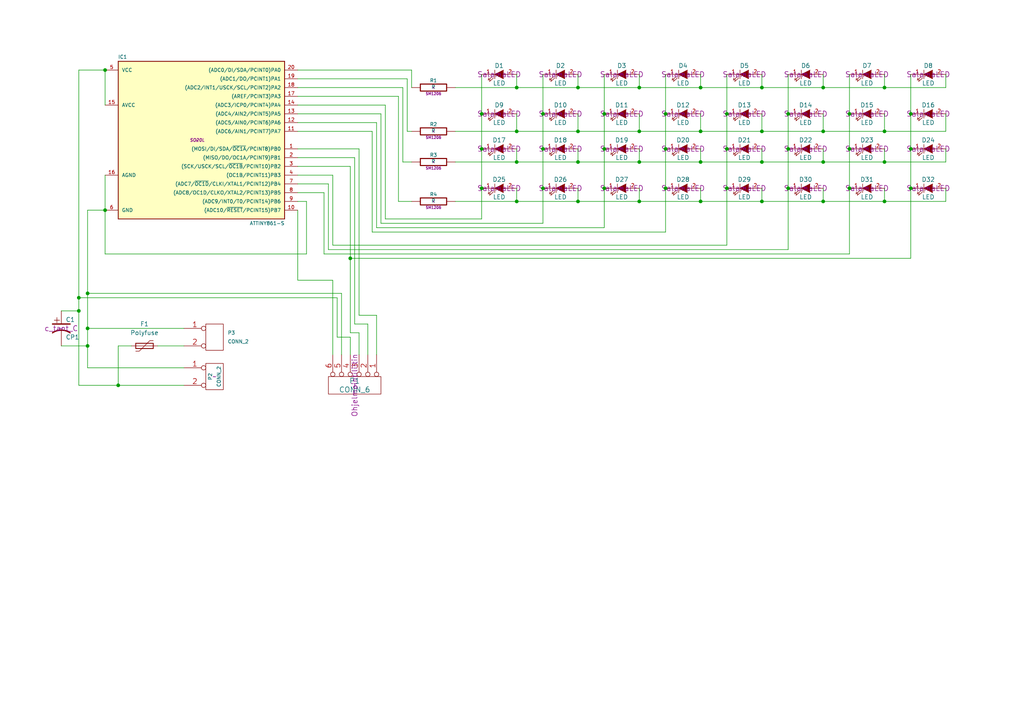
<source format=kicad_sch>
(kicad_sch (version 20250114) (generator "eeschema") (generator_version "9.0")
  (paper "A4")
  (title_block (date "5 oct 2015"))
  (lib_symbols
    (symbol "ATTINY861-S_1" (pin_names (offset 1.016))
      (property "Reference" "IC" (at -21.59 24.13 0))
      (property "Value" "ATTINY861-S" (at 20.32 -24.13 0))
      (property "Footprint" "SO20" (at 0 0 0))
      (symbol "ATTINY861-S_1_1_1"
        (pin power_out line (at -26.67 20.32 0) (length 3.81) (name "VCC") (number "5"))
        (pin power_in line (at -26.67 10.16 0) (length 3.81) (name "AVCC") (number "15"))
        (pin power_out line (at -26.67 -10.16 0) (length 3.81) (name "AGND") (number "16"))
        (pin power_in line (at -26.67 -20.32 0) (length 3.81) (name "GND") (number "6"))
        (pin bidirectional line (at 29.21 20.32 180) (length 3.81) (name "(ADC0/DI/SDA/PCINT0)PA0") (number "20"))
        (pin bidirectional line (at 29.21 17.78 180) (length 3.81) (name "(ADC1/DO/PCINT1)PA1") (number "19"))
        (pin bidirectional line (at 29.21 15.24 180) (length 3.81) (name "(ADC2/INT1/USCK/SCL/PCINT2)PA2") (number "18"))
        (pin bidirectional line (at 29.21 12.7 180) (length 3.81) (name "(AREF/PCINT3)PA3") (number "17"))
        (pin bidirectional line (at 29.21 10.16 180) (length 3.81) (name "(ADC3/ICP0/PCINT4)PA4") (number "14"))
        (pin bidirectional line (at 29.21 7.62 180) (length 3.81) (name "(ADC4/AIN2/PCINT5)PA5") (number "13"))
        (pin bidirectional line (at 29.21 5.08 180) (length 3.81) (name "(ADC5/AIN0/PCINT6)PA6") (number "12"))
        (pin bidirectional line (at 29.21 2.54 180) (length 3.81) (name "(ADC6/AIN1/PCINT7)PA7") (number "11"))
        (pin bidirectional line (at 29.21 -2.54 180) (length 3.81) (name "(MOSI/DI/SDA/~{OC1A}/PCINT8)PB0") (number "1"))
        (pin bidirectional line (at 29.21 -5.08 180) (length 3.81) (name "(MISO/DO/OC1A/PCINT9)PB1") (number "2"))
        (pin bidirectional line (at 29.21 -7.62 180) (length 3.81) (name "(SCK/USCK/SCL/~{OC1B}/PCINT10)PB2") (number "3"))
        (pin bidirectional line (at 29.21 -10.16 180) (length 3.81) (name "(OC1B/PCINT11)PB3") (number "4"))
        (pin bidirectional line (at 29.21 -12.7 180) (length 3.81) (name "(ADC7/~{OC1D}/CLKI/XTAL1/PCINT12)PB4") (number "7"))
        (pin bidirectional line (at 29.21 -15.24 180) (length 3.81) (name "(ADC8/OC1D/CLKO/XTAL2/PCINT13)PB5") (number "8"))
        (pin bidirectional line (at 29.21 -17.78 180) (length 3.81) (name "(ADC9/INT0/T0/PCINT14)PB6") (number "9"))
        (pin bidirectional line (at 29.21 -20.32 180) (length 3.81) (name "(ADC10/~{RESET}/PCINT15)PB7") (number "10"))
      )
    )
    (symbol "ATTINY861-S_2" (pin_names (offset 1.016))
      (property "Reference" "IC" (at -21.59 24.13 0))
      (property "Value" "ATTINY861-S" (at 20.32 -24.13 0))
      (property "Footprint" "SO20" (at 0 0 0))
      (symbol "ATTINY861-S_2_1_1"
        (pin power_out line (at -26.67 20.32 0) (length 3.81) (name "VCC") (number "5"))
        (pin power_in line (at -26.67 10.16 0) (length 3.81) (name "AVCC") (number "15"))
        (pin power_out line (at -26.67 -10.16 0) (length 3.81) (name "AGND") (number "16"))
        (pin power_in line (at -26.67 -20.32 0) (length 3.81) (name "GND") (number "6"))
        (pin bidirectional line (at 29.21 20.32 180) (length 3.81) (name "(ADC0/DI/SDA/PCINT0)PA0") (number "20"))
        (pin bidirectional line (at 29.21 17.78 180) (length 3.81) (name "(ADC1/DO/PCINT1)PA1") (number "19"))
        (pin bidirectional line (at 29.21 15.24 180) (length 3.81) (name "(ADC2/INT1/USCK/SCL/PCINT2)PA2") (number "18"))
        (pin bidirectional line (at 29.21 12.7 180) (length 3.81) (name "(AREF/PCINT3)PA3") (number "17"))
        (pin bidirectional line (at 29.21 10.16 180) (length 3.81) (name "(ADC3/ICP0/PCINT4)PA4") (number "14"))
        (pin bidirectional line (at 29.21 7.62 180) (length 3.81) (name "(ADC4/AIN2/PCINT5)PA5") (number "13"))
        (pin bidirectional line (at 29.21 5.08 180) (length 3.81) (name "(ADC5/AIN0/PCINT6)PA6") (number "12"))
        (pin bidirectional line (at 29.21 2.54 180) (length 3.81) (name "(ADC6/AIN1/PCINT7)PA7") (number "11"))
        (pin bidirectional line (at 29.21 -2.54 180) (length 3.81) (name "(MOSI/DI/SDA/~{OC1A}/PCINT8)PB0") (number "1"))
        (pin bidirectional line (at 29.21 -5.08 180) (length 3.81) (name "(MISO/DO/OC1A/PCINT9)PB1") (number "2"))
        (pin bidirectional line (at 29.21 -7.62 180) (length 3.81) (name "(SCK/USCK/SCL/~{OC1B}/PCINT10)PB2") (number "3"))
        (pin bidirectional line (at 29.21 -10.16 180) (length 3.81) (name "(OC1B/PCINT11)PB3") (number "4"))
        (pin bidirectional line (at 29.21 -12.7 180) (length 3.81) (name "(ADC7/~{OC1D}/CLKI/XTAL1/PCINT12)PB4") (number "7"))
        (pin bidirectional line (at 29.21 -15.24 180) (length 3.81) (name "(ADC8/OC1D/CLKO/XTAL2/PCINT13)PB5") (number "8"))
        (pin bidirectional line (at 29.21 -17.78 180) (length 3.81) (name "(ADC9/INT0/T0/PCINT14)PB6") (number "9"))
        (pin bidirectional line (at 29.21 -20.32 180) (length 3.81) (name "(ADC10/~{RESET}/PCINT15)PB7") (number "10"))
      )
    )
    (symbol "C-RESCUE-possu2_1" (pin_numbers (hide yes)) (pin_names (offset 0.254))
      (property "Reference" "C" (at 0 2.54 0))
      (property "Value" "C-RESCUE-possu2" (at 0.1524 -2.159 0))
      (symbol "C-RESCUE-possu2_1_1_1"
        (pin passive line (at 0 5.08 270) (length 4.318) (name "~") (number "1"))
        (pin passive line (at 0 -5.08 90) (length 4.318) (name "~") (number "2"))
      )
    )
    (symbol "C-RESCUE-possu2_2" (pin_numbers (hide yes)) (pin_names (offset 0.254))
      (property "Reference" "C" (at 0 2.54 0))
      (property "Value" "C-RESCUE-possu2" (at 0.1524 -2.159 0))
      (symbol "C-RESCUE-possu2_2_1_1"
        (pin passive line (at 0 5.08 270) (length 4.318) (name "~") (number "1"))
        (pin passive line (at 0 -5.08 90) (length 4.318) (name "~") (number "2"))
      )
    )
    (symbol "CONN_2_1" (pin_names (offset 1.016) (hide yes))
      (property "Reference" "P" (at -1.27 0 90))
      (property "Value" "CONN_2" (at 1.27 0 90))
      (symbol "CONN_2_1_1_1"
        (pin power_out inverted (at -8.89 2.54 0) (length 6.35) (name "P1") (number "1"))
        (pin power_out inverted (at -8.89 -2.54 0) (length 6.35) (name "PM") (number "2"))
      )
    )
    (symbol "CONN_2_2" (pin_names (offset 1.016) (hide yes))
      (property "Reference" "P" (at -1.27 0 90))
      (property "Value" "CONN_2" (at 1.27 0 90))
      (symbol "CONN_2_2_1_1"
        (pin power_out inverted (at -8.89 2.54 0) (length 6.35) (name "P1") (number "1"))
        (pin power_out inverted (at -8.89 -2.54 0) (length 6.35) (name "PM") (number "2"))
      )
    )
    (symbol "CONN_6_1" (pin_names (offset 0.762) (hide yes))
      (property "Reference" "P" (at -1.27 0 90))
      (property "Value" "CONN_6" (at 1.27 0 90))
      (symbol "CONN_6_1_1_1"
        (pin passive inverted (at -8.89 6.35 0) (length 6.35) (name "1") (number "1"))
        (pin passive inverted (at -8.89 3.81 0) (length 6.35) (name "2") (number "2"))
        (pin passive inverted (at -8.89 1.27 0) (length 6.35) (name "3") (number "3"))
        (pin passive inverted (at -8.89 -1.27 0) (length 6.35) (name "4") (number "4"))
        (pin passive inverted (at -8.89 -3.81 0) (length 6.35) (name "5") (number "5"))
        (pin passive inverted (at -8.89 -6.35 0) (length 6.35) (name "6") (number "6"))
      )
    )
    (symbol "CONN_6_2" (pin_names (offset 0.762) (hide yes))
      (property "Reference" "P" (at -1.27 0 90))
      (property "Value" "CONN_6" (at 1.27 0 90))
      (symbol "CONN_6_2_1_1"
        (pin passive inverted (at -8.89 6.35 0) (length 6.35) (name "1") (number "1"))
        (pin passive inverted (at -8.89 3.81 0) (length 6.35) (name "2") (number "2"))
        (pin passive inverted (at -8.89 1.27 0) (length 6.35) (name "3") (number "3"))
        (pin passive inverted (at -8.89 -1.27 0) (length 6.35) (name "4") (number "4"))
        (pin passive inverted (at -8.89 -3.81 0) (length 6.35) (name "5") (number "5"))
        (pin passive inverted (at -8.89 -6.35 0) (length 6.35) (name "6") (number "6"))
      )
    )
    (symbol "CP1-RESCUE-possu2_1" (pin_numbers (hide yes)) (pin_names (offset 0.254) (hide yes))
      (property "Reference" "C" (at 1.27 2.54 0))
      (property "Value" "CP1-RESCUE-possu2" (at 1.27 -2.54 0))
      (symbol "CP1-RESCUE-possu2_1_0_0"
        (text "+" (at -1.27 2.54 0) (effects (font (size 2.032 2.032))))
      )
      (symbol "CP1-RESCUE-possu2_1_1_1"
        (pin passive line (at 0 5.08 270) (length 3.81) (name "~") (number "1"))
        (pin passive line (at 0 -5.08 90) (length 4.572) (name "~") (number "2"))
      )
    )
    (symbol "CP1-RESCUE-possu2_2" (pin_numbers (hide yes)) (pin_names (offset 0.254) (hide yes))
      (property "Reference" "C" (at 1.27 2.54 0))
      (property "Value" "CP1-RESCUE-possu2" (at 1.27 -2.54 0))
      (symbol "CP1-RESCUE-possu2_2_0_0"
        (text "+" (at -1.27 2.54 0) (effects (font (size 2.032 2.032))))
      )
      (symbol "CP1-RESCUE-possu2_2_1_1"
        (pin passive line (at 0 5.08 270) (length 3.81) (name "~") (number "1"))
        (pin passive line (at 0 -5.08 90) (length 4.572) (name "~") (number "2"))
      )
    )
    (symbol "CP1-RESCUE-possu2_3" (pin_numbers (hide yes)) (pin_names (offset 0.254) (hide yes))
      (property "Reference" "C" (at 1.27 2.54 0))
      (property "Value" "CP1-RESCUE-possu2" (at 1.27 -2.54 0))
      (symbol "CP1-RESCUE-possu2_3_0_0"
        (text "+" (at -1.27 2.54 0) (effects (font (size 2.032 2.032))))
      )
      (symbol "CP1-RESCUE-possu2_3_1_1"
        (pin passive line (at 0 5.08 270) (length 3.81) (name "~") (number "1"))
        (pin passive line (at 0 -5.08 90) (length 4.572) (name "~") (number "2"))
      )
    )
    (symbol "Device:Polyfuse" (pin_numbers (hide yes)) (pin_names (offset 0))
      (property "Reference" "F" (at -2.54 0 90))
      (property "Value" "Polyfuse" (at 2.54 0 90))
      (symbol "Polyfuse_1_1"
        (pin passive line (at 0 3.81 270) (length 1.27) (name "~") (number "1"))
        (pin passive line (at 0 -3.81 90) (length 1.27) (name "~") (number "2"))
      )
    )
    (symbol "LED_1" (pin_names (offset 1.016) (hide yes))
      (property "Reference" "D" (at 0 2.54 0))
      (property "Value" "LED" (at 0 -2.54 0))
      (symbol "LED_1_1_1"
        (pin passive line (at -5.08 0 0) (length 3.81) (name "K") (number "1"))
        (pin passive line (at 5.08 0 180) (length 3.81) (name "A") (number "2"))
      )
    )
    (symbol "LED_10" (pin_names (offset 1.016) (hide yes))
      (property "Reference" "D" (at 0 2.54 0))
      (property "Value" "LED" (at 0 -2.54 0))
      (symbol "LED_10_1_1"
        (pin passive line (at -5.08 0 0) (length 3.81) (name "K") (number "1"))
        (pin passive line (at 5.08 0 180) (length 3.81) (name "A") (number "2"))
      )
    )
    (symbol "LED_11" (pin_names (offset 1.016) (hide yes))
      (property "Reference" "D" (at 0 2.54 0))
      (property "Value" "LED" (at 0 -2.54 0))
      (symbol "LED_11_1_1"
        (pin passive line (at -5.08 0 0) (length 3.81) (name "K") (number "1"))
        (pin passive line (at 5.08 0 180) (length 3.81) (name "A") (number "2"))
      )
    )
    (symbol "LED_12" (pin_names (offset 1.016) (hide yes))
      (property "Reference" "D" (at 0 2.54 0))
      (property "Value" "LED" (at 0 -2.54 0))
      (symbol "LED_12_1_1"
        (pin passive line (at -5.08 0 0) (length 3.81) (name "K") (number "1"))
        (pin passive line (at 5.08 0 180) (length 3.81) (name "A") (number "2"))
      )
    )
    (symbol "LED_13" (pin_names (offset 1.016) (hide yes))
      (property "Reference" "D" (at 0 2.54 0))
      (property "Value" "LED" (at 0 -2.54 0))
      (symbol "LED_13_1_1"
        (pin passive line (at -5.08 0 0) (length 3.81) (name "K") (number "1"))
        (pin passive line (at 5.08 0 180) (length 3.81) (name "A") (number "2"))
      )
    )
    (symbol "LED_14" (pin_names (offset 1.016) (hide yes))
      (property "Reference" "D" (at 0 2.54 0))
      (property "Value" "LED" (at 0 -2.54 0))
      (symbol "LED_14_1_1"
        (pin passive line (at -5.08 0 0) (length 3.81) (name "K") (number "1"))
        (pin passive line (at 5.08 0 180) (length 3.81) (name "A") (number "2"))
      )
    )
    (symbol "LED_15" (pin_names (offset 1.016) (hide yes))
      (property "Reference" "D" (at 0 2.54 0))
      (property "Value" "LED" (at 0 -2.54 0))
      (symbol "LED_15_1_1"
        (pin passive line (at -5.08 0 0) (length 3.81) (name "K") (number "1"))
        (pin passive line (at 5.08 0 180) (length 3.81) (name "A") (number "2"))
      )
    )
    (symbol "LED_16" (pin_names (offset 1.016) (hide yes))
      (property "Reference" "D" (at 0 2.54 0))
      (property "Value" "LED" (at 0 -2.54 0))
      (symbol "LED_16_1_1"
        (pin passive line (at -5.08 0 0) (length 3.81) (name "K") (number "1"))
        (pin passive line (at 5.08 0 180) (length 3.81) (name "A") (number "2"))
      )
    )
    (symbol "LED_17" (pin_names (offset 1.016) (hide yes))
      (property "Reference" "D" (at 0 2.54 0))
      (property "Value" "LED" (at 0 -2.54 0))
      (symbol "LED_17_1_1"
        (pin passive line (at -5.08 0 0) (length 3.81) (name "K") (number "1"))
        (pin passive line (at 5.08 0 180) (length 3.81) (name "A") (number "2"))
      )
    )
    (symbol "LED_18" (pin_names (offset 1.016) (hide yes))
      (property "Reference" "D" (at 0 2.54 0))
      (property "Value" "LED" (at 0 -2.54 0))
      (symbol "LED_18_1_1"
        (pin passive line (at -5.08 0 0) (length 3.81) (name "K") (number "1"))
        (pin passive line (at 5.08 0 180) (length 3.81) (name "A") (number "2"))
      )
    )
    (symbol "LED_19" (pin_names (offset 1.016) (hide yes))
      (property "Reference" "D" (at 0 2.54 0))
      (property "Value" "LED" (at 0 -2.54 0))
      (symbol "LED_19_1_1"
        (pin passive line (at -5.08 0 0) (length 3.81) (name "K") (number "1"))
        (pin passive line (at 5.08 0 180) (length 3.81) (name "A") (number "2"))
      )
    )
    (symbol "LED_2" (pin_names (offset 1.016) (hide yes))
      (property "Reference" "D" (at 0 2.54 0))
      (property "Value" "LED" (at 0 -2.54 0))
      (symbol "LED_2_1_1"
        (pin passive line (at -5.08 0 0) (length 3.81) (name "K") (number "1"))
        (pin passive line (at 5.08 0 180) (length 3.81) (name "A") (number "2"))
      )
    )
    (symbol "LED_20" (pin_names (offset 1.016) (hide yes))
      (property "Reference" "D" (at 0 2.54 0))
      (property "Value" "LED" (at 0 -2.54 0))
      (symbol "LED_20_1_1"
        (pin passive line (at -5.08 0 0) (length 3.81) (name "K") (number "1"))
        (pin passive line (at 5.08 0 180) (length 3.81) (name "A") (number "2"))
      )
    )
    (symbol "LED_21" (pin_names (offset 1.016) (hide yes))
      (property "Reference" "D" (at 0 2.54 0))
      (property "Value" "LED" (at 0 -2.54 0))
      (symbol "LED_21_1_1"
        (pin passive line (at -5.08 0 0) (length 3.81) (name "K") (number "1"))
        (pin passive line (at 5.08 0 180) (length 3.81) (name "A") (number "2"))
      )
    )
    (symbol "LED_22" (pin_names (offset 1.016) (hide yes))
      (property "Reference" "D" (at 0 2.54 0))
      (property "Value" "LED" (at 0 -2.54 0))
      (symbol "LED_22_1_1"
        (pin passive line (at -5.08 0 0) (length 3.81) (name "K") (number "1"))
        (pin passive line (at 5.08 0 180) (length 3.81) (name "A") (number "2"))
      )
    )
    (symbol "LED_23" (pin_names (offset 1.016) (hide yes))
      (property "Reference" "D" (at 0 2.54 0))
      (property "Value" "LED" (at 0 -2.54 0))
      (symbol "LED_23_1_1"
        (pin passive line (at -5.08 0 0) (length 3.81) (name "K") (number "1"))
        (pin passive line (at 5.08 0 180) (length 3.81) (name "A") (number "2"))
      )
    )
    (symbol "LED_24" (pin_names (offset 1.016) (hide yes))
      (property "Reference" "D" (at 0 2.54 0))
      (property "Value" "LED" (at 0 -2.54 0))
      (symbol "LED_24_1_1"
        (pin passive line (at -5.08 0 0) (length 3.81) (name "K") (number "1"))
        (pin passive line (at 5.08 0 180) (length 3.81) (name "A") (number "2"))
      )
    )
    (symbol "LED_25" (pin_names (offset 1.016) (hide yes))
      (property "Reference" "D" (at 0 2.54 0))
      (property "Value" "LED" (at 0 -2.54 0))
      (symbol "LED_25_1_1"
        (pin passive line (at -5.08 0 0) (length 3.81) (name "K") (number "1"))
        (pin passive line (at 5.08 0 180) (length 3.81) (name "A") (number "2"))
      )
    )
    (symbol "LED_26" (pin_names (offset 1.016) (hide yes))
      (property "Reference" "D" (at 0 2.54 0))
      (property "Value" "LED" (at 0 -2.54 0))
      (symbol "LED_26_1_1"
        (pin passive line (at -5.08 0 0) (length 3.81) (name "K") (number "1"))
        (pin passive line (at 5.08 0 180) (length 3.81) (name "A") (number "2"))
      )
    )
    (symbol "LED_27" (pin_names (offset 1.016) (hide yes))
      (property "Reference" "D" (at 0 2.54 0))
      (property "Value" "LED" (at 0 -2.54 0))
      (symbol "LED_27_1_1"
        (pin passive line (at -5.08 0 0) (length 3.81) (name "K") (number "1"))
        (pin passive line (at 5.08 0 180) (length 3.81) (name "A") (number "2"))
      )
    )
    (symbol "LED_28" (pin_names (offset 1.016) (hide yes))
      (property "Reference" "D" (at 0 2.54 0))
      (property "Value" "LED" (at 0 -2.54 0))
      (symbol "LED_28_1_1"
        (pin passive line (at -5.08 0 0) (length 3.81) (name "K") (number "1"))
        (pin passive line (at 5.08 0 180) (length 3.81) (name "A") (number "2"))
      )
    )
    (symbol "LED_29" (pin_names (offset 1.016) (hide yes))
      (property "Reference" "D" (at 0 2.54 0))
      (property "Value" "LED" (at 0 -2.54 0))
      (symbol "LED_29_1_1"
        (pin passive line (at -5.08 0 0) (length 3.81) (name "K") (number "1"))
        (pin passive line (at 5.08 0 180) (length 3.81) (name "A") (number "2"))
      )
    )
    (symbol "LED_3" (pin_names (offset 1.016) (hide yes))
      (property "Reference" "D" (at 0 2.54 0))
      (property "Value" "LED" (at 0 -2.54 0))
      (symbol "LED_3_1_1"
        (pin passive line (at -5.08 0 0) (length 3.81) (name "K") (number "1"))
        (pin passive line (at 5.08 0 180) (length 3.81) (name "A") (number "2"))
      )
    )
    (symbol "LED_30" (pin_names (offset 1.016) (hide yes))
      (property "Reference" "D" (at 0 2.54 0))
      (property "Value" "LED" (at 0 -2.54 0))
      (symbol "LED_30_1_1"
        (pin passive line (at -5.08 0 0) (length 3.81) (name "K") (number "1"))
        (pin passive line (at 5.08 0 180) (length 3.81) (name "A") (number "2"))
      )
    )
    (symbol "LED_31" (pin_names (offset 1.016) (hide yes))
      (property "Reference" "D" (at 0 2.54 0))
      (property "Value" "LED" (at 0 -2.54 0))
      (symbol "LED_31_1_1"
        (pin passive line (at -5.08 0 0) (length 3.81) (name "K") (number "1"))
        (pin passive line (at 5.08 0 180) (length 3.81) (name "A") (number "2"))
      )
    )
    (symbol "LED_32" (pin_names (offset 1.016) (hide yes))
      (property "Reference" "D" (at 0 2.54 0))
      (property "Value" "LED" (at 0 -2.54 0))
      (symbol "LED_32_1_1"
        (pin passive line (at -5.08 0 0) (length 3.81) (name "K") (number "1"))
        (pin passive line (at 5.08 0 180) (length 3.81) (name "A") (number "2"))
      )
    )
    (symbol "LED_33" (pin_names (offset 1.016) (hide yes))
      (property "Reference" "D" (at 0 2.54 0))
      (property "Value" "LED" (at 0 -2.54 0))
      (symbol "LED_33_1_1"
        (pin passive line (at -5.08 0 0) (length 3.81) (name "K") (number "1"))
        (pin passive line (at 5.08 0 180) (length 3.81) (name "A") (number "2"))
      )
    )
    (symbol "LED_34" (pin_names (offset 1.016) (hide yes))
      (property "Reference" "D" (at 0 2.54 0))
      (property "Value" "LED" (at 0 -2.54 0))
      (symbol "LED_34_1_1"
        (pin passive line (at -5.08 0 0) (length 3.81) (name "K") (number "1"))
        (pin passive line (at 5.08 0 180) (length 3.81) (name "A") (number "2"))
      )
    )
    (symbol "LED_35" (pin_names (offset 1.016) (hide yes))
      (property "Reference" "D" (at 0 2.54 0))
      (property "Value" "LED" (at 0 -2.54 0))
      (symbol "LED_35_1_1"
        (pin passive line (at -5.08 0 0) (length 3.81) (name "K") (number "1"))
        (pin passive line (at 5.08 0 180) (length 3.81) (name "A") (number "2"))
      )
    )
    (symbol "LED_36" (pin_names (offset 1.016) (hide yes))
      (property "Reference" "D" (at 0 2.54 0))
      (property "Value" "LED" (at 0 -2.54 0))
      (symbol "LED_36_1_1"
        (pin passive line (at -5.08 0 0) (length 3.81) (name "K") (number "1"))
        (pin passive line (at 5.08 0 180) (length 3.81) (name "A") (number "2"))
      )
    )
    (symbol "LED_37" (pin_names (offset 1.016) (hide yes))
      (property "Reference" "D" (at 0 2.54 0))
      (property "Value" "LED" (at 0 -2.54 0))
      (symbol "LED_37_1_1"
        (pin passive line (at -5.08 0 0) (length 3.81) (name "K") (number "1"))
        (pin passive line (at 5.08 0 180) (length 3.81) (name "A") (number "2"))
      )
    )
    (symbol "LED_38" (pin_names (offset 1.016) (hide yes))
      (property "Reference" "D" (at 0 2.54 0))
      (property "Value" "LED" (at 0 -2.54 0))
      (symbol "LED_38_1_1"
        (pin passive line (at -5.08 0 0) (length 3.81) (name "K") (number "1"))
        (pin passive line (at 5.08 0 180) (length 3.81) (name "A") (number "2"))
      )
    )
    (symbol "LED_39" (pin_names (offset 1.016) (hide yes))
      (property "Reference" "D" (at 0 2.54 0))
      (property "Value" "LED" (at 0 -2.54 0))
      (symbol "LED_39_1_1"
        (pin passive line (at -5.08 0 0) (length 3.81) (name "K") (number "1"))
        (pin passive line (at 5.08 0 180) (length 3.81) (name "A") (number "2"))
      )
    )
    (symbol "LED_4" (pin_names (offset 1.016) (hide yes))
      (property "Reference" "D" (at 0 2.54 0))
      (property "Value" "LED" (at 0 -2.54 0))
      (symbol "LED_4_1_1"
        (pin passive line (at -5.08 0 0) (length 3.81) (name "K") (number "1"))
        (pin passive line (at 5.08 0 180) (length 3.81) (name "A") (number "2"))
      )
    )
    (symbol "LED_40" (pin_names (offset 1.016) (hide yes))
      (property "Reference" "D" (at 0 2.54 0))
      (property "Value" "LED" (at 0 -2.54 0))
      (symbol "LED_40_1_1"
        (pin passive line (at -5.08 0 0) (length 3.81) (name "K") (number "1"))
        (pin passive line (at 5.08 0 180) (length 3.81) (name "A") (number "2"))
      )
    )
    (symbol "LED_41" (pin_names (offset 1.016) (hide yes))
      (property "Reference" "D" (at 0 2.54 0))
      (property "Value" "LED" (at 0 -2.54 0))
      (symbol "LED_41_1_1"
        (pin passive line (at -5.08 0 0) (length 3.81) (name "K") (number "1"))
        (pin passive line (at 5.08 0 180) (length 3.81) (name "A") (number "2"))
      )
    )
    (symbol "LED_42" (pin_names (offset 1.016) (hide yes))
      (property "Reference" "D" (at 0 2.54 0))
      (property "Value" "LED" (at 0 -2.54 0))
      (symbol "LED_42_1_1"
        (pin passive line (at -5.08 0 0) (length 3.81) (name "K") (number "1"))
        (pin passive line (at 5.08 0 180) (length 3.81) (name "A") (number "2"))
      )
    )
    (symbol "LED_43" (pin_names (offset 1.016) (hide yes))
      (property "Reference" "D" (at 0 2.54 0))
      (property "Value" "LED" (at 0 -2.54 0))
      (symbol "LED_43_1_1"
        (pin passive line (at -5.08 0 0) (length 3.81) (name "K") (number "1"))
        (pin passive line (at 5.08 0 180) (length 3.81) (name "A") (number "2"))
      )
    )
    (symbol "LED_44" (pin_names (offset 1.016) (hide yes))
      (property "Reference" "D" (at 0 2.54 0))
      (property "Value" "LED" (at 0 -2.54 0))
      (symbol "LED_44_1_1"
        (pin passive line (at -5.08 0 0) (length 3.81) (name "K") (number "1"))
        (pin passive line (at 5.08 0 180) (length 3.81) (name "A") (number "2"))
      )
    )
    (symbol "LED_45" (pin_names (offset 1.016) (hide yes))
      (property "Reference" "D" (at 0 2.54 0))
      (property "Value" "LED" (at 0 -2.54 0))
      (symbol "LED_45_1_1"
        (pin passive line (at -5.08 0 0) (length 3.81) (name "K") (number "1"))
        (pin passive line (at 5.08 0 180) (length 3.81) (name "A") (number "2"))
      )
    )
    (symbol "LED_46" (pin_names (offset 1.016) (hide yes))
      (property "Reference" "D" (at 0 2.54 0))
      (property "Value" "LED" (at 0 -2.54 0))
      (symbol "LED_46_1_1"
        (pin passive line (at -5.08 0 0) (length 3.81) (name "K") (number "1"))
        (pin passive line (at 5.08 0 180) (length 3.81) (name "A") (number "2"))
      )
    )
    (symbol "LED_47" (pin_names (offset 1.016) (hide yes))
      (property "Reference" "D" (at 0 2.54 0))
      (property "Value" "LED" (at 0 -2.54 0))
      (symbol "LED_47_1_1"
        (pin passive line (at -5.08 0 0) (length 3.81) (name "K") (number "1"))
        (pin passive line (at 5.08 0 180) (length 3.81) (name "A") (number "2"))
      )
    )
    (symbol "LED_48" (pin_names (offset 1.016) (hide yes))
      (property "Reference" "D" (at 0 2.54 0))
      (property "Value" "LED" (at 0 -2.54 0))
      (symbol "LED_48_1_1"
        (pin passive line (at -5.08 0 0) (length 3.81) (name "K") (number "1"))
        (pin passive line (at 5.08 0 180) (length 3.81) (name "A") (number "2"))
      )
    )
    (symbol "LED_49" (pin_names (offset 1.016) (hide yes))
      (property "Reference" "D" (at 0 2.54 0))
      (property "Value" "LED" (at 0 -2.54 0))
      (symbol "LED_49_1_1"
        (pin passive line (at -5.08 0 0) (length 3.81) (name "K") (number "1"))
        (pin passive line (at 5.08 0 180) (length 3.81) (name "A") (number "2"))
      )
    )
    (symbol "LED_5" (pin_names (offset 1.016) (hide yes))
      (property "Reference" "D" (at 0 2.54 0))
      (property "Value" "LED" (at 0 -2.54 0))
      (symbol "LED_5_1_1"
        (pin passive line (at -5.08 0 0) (length 3.81) (name "K") (number "1"))
        (pin passive line (at 5.08 0 180) (length 3.81) (name "A") (number "2"))
      )
    )
    (symbol "LED_50" (pin_names (offset 1.016) (hide yes))
      (property "Reference" "D" (at 0 2.54 0))
      (property "Value" "LED" (at 0 -2.54 0))
      (symbol "LED_50_1_1"
        (pin passive line (at -5.08 0 0) (length 3.81) (name "K") (number "1"))
        (pin passive line (at 5.08 0 180) (length 3.81) (name "A") (number "2"))
      )
    )
    (symbol "LED_51" (pin_names (offset 1.016) (hide yes))
      (property "Reference" "D" (at 0 2.54 0))
      (property "Value" "LED" (at 0 -2.54 0))
      (symbol "LED_51_1_1"
        (pin passive line (at -5.08 0 0) (length 3.81) (name "K") (number "1"))
        (pin passive line (at 5.08 0 180) (length 3.81) (name "A") (number "2"))
      )
    )
    (symbol "LED_52" (pin_names (offset 1.016) (hide yes))
      (property "Reference" "D" (at 0 2.54 0))
      (property "Value" "LED" (at 0 -2.54 0))
      (symbol "LED_52_1_1"
        (pin passive line (at -5.08 0 0) (length 3.81) (name "K") (number "1"))
        (pin passive line (at 5.08 0 180) (length 3.81) (name "A") (number "2"))
      )
    )
    (symbol "LED_53" (pin_names (offset 1.016) (hide yes))
      (property "Reference" "D" (at 0 2.54 0))
      (property "Value" "LED" (at 0 -2.54 0))
      (symbol "LED_53_1_1"
        (pin passive line (at -5.08 0 0) (length 3.81) (name "K") (number "1"))
        (pin passive line (at 5.08 0 180) (length 3.81) (name "A") (number "2"))
      )
    )
    (symbol "LED_54" (pin_names (offset 1.016) (hide yes))
      (property "Reference" "D" (at 0 2.54 0))
      (property "Value" "LED" (at 0 -2.54 0))
      (symbol "LED_54_1_1"
        (pin passive line (at -5.08 0 0) (length 3.81) (name "K") (number "1"))
        (pin passive line (at 5.08 0 180) (length 3.81) (name "A") (number "2"))
      )
    )
    (symbol "LED_55" (pin_names (offset 1.016) (hide yes))
      (property "Reference" "D" (at 0 2.54 0))
      (property "Value" "LED" (at 0 -2.54 0))
      (symbol "LED_55_1_1"
        (pin passive line (at -5.08 0 0) (length 3.81) (name "K") (number "1"))
        (pin passive line (at 5.08 0 180) (length 3.81) (name "A") (number "2"))
      )
    )
    (symbol "LED_56" (pin_names (offset 1.016) (hide yes))
      (property "Reference" "D" (at 0 2.54 0))
      (property "Value" "LED" (at 0 -2.54 0))
      (symbol "LED_56_1_1"
        (pin passive line (at -5.08 0 0) (length 3.81) (name "K") (number "1"))
        (pin passive line (at 5.08 0 180) (length 3.81) (name "A") (number "2"))
      )
    )
    (symbol "LED_57" (pin_names (offset 1.016) (hide yes))
      (property "Reference" "D" (at 0 2.54 0))
      (property "Value" "LED" (at 0 -2.54 0))
      (symbol "LED_57_1_1"
        (pin passive line (at -5.08 0 0) (length 3.81) (name "K") (number "1"))
        (pin passive line (at 5.08 0 180) (length 3.81) (name "A") (number "2"))
      )
    )
    (symbol "LED_58" (pin_names (offset 1.016) (hide yes))
      (property "Reference" "D" (at 0 2.54 0))
      (property "Value" "LED" (at 0 -2.54 0))
      (symbol "LED_58_1_1"
        (pin passive line (at -5.08 0 0) (length 3.81) (name "K") (number "1"))
        (pin passive line (at 5.08 0 180) (length 3.81) (name "A") (number "2"))
      )
    )
    (symbol "LED_59" (pin_names (offset 1.016) (hide yes))
      (property "Reference" "D" (at 0 2.54 0))
      (property "Value" "LED" (at 0 -2.54 0))
      (symbol "LED_59_1_1"
        (pin passive line (at -5.08 0 0) (length 3.81) (name "K") (number "1"))
        (pin passive line (at 5.08 0 180) (length 3.81) (name "A") (number "2"))
      )
    )
    (symbol "LED_6" (pin_names (offset 1.016) (hide yes))
      (property "Reference" "D" (at 0 2.54 0))
      (property "Value" "LED" (at 0 -2.54 0))
      (symbol "LED_6_1_1"
        (pin passive line (at -5.08 0 0) (length 3.81) (name "K") (number "1"))
        (pin passive line (at 5.08 0 180) (length 3.81) (name "A") (number "2"))
      )
    )
    (symbol "LED_60" (pin_names (offset 1.016) (hide yes))
      (property "Reference" "D" (at 0 2.54 0))
      (property "Value" "LED" (at 0 -2.54 0))
      (symbol "LED_60_1_1"
        (pin passive line (at -5.08 0 0) (length 3.81) (name "K") (number "1"))
        (pin passive line (at 5.08 0 180) (length 3.81) (name "A") (number "2"))
      )
    )
    (symbol "LED_61" (pin_names (offset 1.016) (hide yes))
      (property "Reference" "D" (at 0 2.54 0))
      (property "Value" "LED" (at 0 -2.54 0))
      (symbol "LED_61_1_1"
        (pin passive line (at -5.08 0 0) (length 3.81) (name "K") (number "1"))
        (pin passive line (at 5.08 0 180) (length 3.81) (name "A") (number "2"))
      )
    )
    (symbol "LED_62" (pin_names (offset 1.016) (hide yes))
      (property "Reference" "D" (at 0 2.54 0))
      (property "Value" "LED" (at 0 -2.54 0))
      (symbol "LED_62_1_1"
        (pin passive line (at -5.08 0 0) (length 3.81) (name "K") (number "1"))
        (pin passive line (at 5.08 0 180) (length 3.81) (name "A") (number "2"))
      )
    )
    (symbol "LED_63" (pin_names (offset 1.016) (hide yes))
      (property "Reference" "D" (at 0 2.54 0))
      (property "Value" "LED" (at 0 -2.54 0))
      (symbol "LED_63_1_1"
        (pin passive line (at -5.08 0 0) (length 3.81) (name "K") (number "1"))
        (pin passive line (at 5.08 0 180) (length 3.81) (name "A") (number "2"))
      )
    )
    (symbol "LED_64" (pin_names (offset 1.016) (hide yes))
      (property "Reference" "D" (at 0 2.54 0))
      (property "Value" "LED" (at 0 -2.54 0))
      (symbol "LED_64_1_1"
        (pin passive line (at -5.08 0 0) (length 3.81) (name "K") (number "1"))
        (pin passive line (at 5.08 0 180) (length 3.81) (name "A") (number "2"))
      )
    )
    (symbol "LED_7" (pin_names (offset 1.016) (hide yes))
      (property "Reference" "D" (at 0 2.54 0))
      (property "Value" "LED" (at 0 -2.54 0))
      (symbol "LED_7_1_1"
        (pin passive line (at -5.08 0 0) (length 3.81) (name "K") (number "1"))
        (pin passive line (at 5.08 0 180) (length 3.81) (name "A") (number "2"))
      )
    )
    (symbol "LED_8" (pin_names (offset 1.016) (hide yes))
      (property "Reference" "D" (at 0 2.54 0))
      (property "Value" "LED" (at 0 -2.54 0))
      (symbol "LED_8_1_1"
        (pin passive line (at -5.08 0 0) (length 3.81) (name "K") (number "1"))
        (pin passive line (at 5.08 0 180) (length 3.81) (name "A") (number "2"))
      )
    )
    (symbol "LED_9" (pin_names (offset 1.016) (hide yes))
      (property "Reference" "D" (at 0 2.54 0))
      (property "Value" "LED" (at 0 -2.54 0))
      (symbol "LED_9_1_1"
        (pin passive line (at -5.08 0 0) (length 3.81) (name "K") (number "1"))
        (pin passive line (at 5.08 0 180) (length 3.81) (name "A") (number "2"))
      )
    )
    (symbol "LP2981AIM_1" (pin_names (offset 1.016))
      (property "Reference" "REGU" (at 0 2.54 0))
      (property "Value" "LP2981AIM" (at 0 0 0))
      (symbol "LP2981AIM_1_1_1"
        (pin no_connect line (at -13.97 10.16 0) (length 7.62) (name "N/C") (number "4"))
        (pin power_in line (at -13.97 7.62 0) (length 7.62) (name "V_IN") (number "1"))
        (pin input line (at -13.97 5.08 0) (length 7.62) (name "ON/OFF") (number "3"))
        (pin unspecified line (at 17.78 10.16 180) (length 7.62) (name "GND") (number "2"))
        (pin power_out line (at 17.78 5.08 180) (length 7.62) (name "V_OUT") (number "5"))
      )
    )
    (symbol "R-RESCUE-possu2_1" (pin_numbers (hide yes)) (pin_names (offset 0))
      (property "Reference" "R" (at 2.032 0 90))
      (property "Value" "R-RESCUE-possu2" (at 0.1778 0.0254 90))
      (symbol "R-RESCUE-possu2_1_1_1"
        (pin passive line (at 0 6.35 270) (length 2.54) (name "~") (number "1"))
        (pin passive line (at 0 -6.35 90) (length 2.54) (name "~") (number "2"))
      )
    )
    (symbol "R-RESCUE-possu2_2" (pin_numbers (hide yes)) (pin_names (offset 0))
      (property "Reference" "R" (at 2.032 0 90))
      (property "Value" "R-RESCUE-possu2" (at 0.1778 0.0254 90))
      (symbol "R-RESCUE-possu2_2_1_1"
        (pin passive line (at 0 6.35 270) (length 2.54) (name "~") (number "1"))
        (pin passive line (at 0 -6.35 90) (length 2.54) (name "~") (number "2"))
      )
    )
    (symbol "R-RESCUE-possu2_3" (pin_numbers (hide yes)) (pin_names (offset 0))
      (property "Reference" "R" (at 2.032 0 90))
      (property "Value" "R-RESCUE-possu2" (at 0.1778 0.0254 90))
      (symbol "R-RESCUE-possu2_3_1_1"
        (pin passive line (at 0 6.35 270) (length 2.54) (name "~") (number "1"))
        (pin passive line (at 0 -6.35 90) (length 2.54) (name "~") (number "2"))
      )
    )
    (symbol "R-RESCUE-possu2_4" (pin_numbers (hide yes)) (pin_names (offset 0))
      (property "Reference" "R" (at 2.032 0 90))
      (property "Value" "R-RESCUE-possu2" (at 0.1778 0.0254 90))
      (symbol "R-RESCUE-possu2_4_1_1"
        (pin passive line (at 0 6.35 270) (length 2.54) (name "~") (number "1"))
        (pin passive line (at 0 -6.35 90) (length 2.54) (name "~") (number "2"))
      )
    )
    (symbol "R-RESCUE-possu2_5" (pin_numbers (hide yes)) (pin_names (offset 0))
      (property "Reference" "R" (at 2.032 0 90))
      (property "Value" "R-RESCUE-possu2" (at 0.1778 0.0254 90))
      (symbol "R-RESCUE-possu2_5_1_1"
        (pin passive line (at 0 6.35 270) (length 2.54) (name "~") (number "1"))
        (pin passive line (at 0 -6.35 90) (length 2.54) (name "~") (number "2"))
      )
    )
    (symbol "R-RESCUE-possu2_6" (pin_numbers (hide yes)) (pin_names (offset 0))
      (property "Reference" "R" (at 2.032 0 90))
      (property "Value" "R-RESCUE-possu2" (at 0.1778 0.0254 90))
      (symbol "R-RESCUE-possu2_6_1_1"
        (pin passive line (at 0 6.35 270) (length 2.54) (name "~") (number "1"))
        (pin passive line (at 0 -6.35 90) (length 2.54) (name "~") (number "2"))
      )
    )
    (symbol "R-RESCUE-possu2_7" (pin_numbers (hide yes)) (pin_names (offset 0))
      (property "Reference" "R" (at 2.032 0 90))
      (property "Value" "R-RESCUE-possu2" (at 0.1778 0.0254 90))
      (symbol "R-RESCUE-possu2_7_1_1"
        (pin passive line (at 0 6.35 270) (length 2.54) (name "~") (number "1"))
        (pin passive line (at 0 -6.35 90) (length 2.54) (name "~") (number "2"))
      )
    )
    (symbol "R-RESCUE-possu2_8" (pin_numbers (hide yes)) (pin_names (offset 0))
      (property "Reference" "R" (at 2.032 0 90))
      (property "Value" "R-RESCUE-possu2" (at 0.1778 0.0254 90))
      (symbol "R-RESCUE-possu2_8_1_1"
        (pin passive line (at 0 6.35 270) (length 2.54) (name "~") (number "1"))
        (pin passive line (at 0 -6.35 90) (length 2.54) (name "~") (number "2"))
      )
    )
    (symbol "SW_PUSH_1" (pin_numbers (hide yes)) (pin_names (offset 1.016) (hide yes))
      (property "Reference" "SW" (at 3.81 2.794 0))
      (property "Value" "SW_PUSH" (at 0 -2.032 0))
      (symbol "SW_PUSH_1_0_1"
        (pin passive inverted (at -7.62 0 0) (length 5.08) (name "1") (number "1"))
        (pin passive inverted (at 7.62 0 180) (length 5.08) (name "2") (number "2"))
      )
    )
    (symbol "otit-rescue:CONN_2" (pin_names (offset 1.016) (hide yes))
      (property "Reference" "P" (at -1.27 0 90))
      (property "Value" "CONN_2" (at 1.27 0 90))
      (symbol "CONN_2_1_1"
        (pin power_out inverted (at -8.89 2.54 0) (length 6.35) (name "P1") (number "1"))
        (pin power_out inverted (at -8.89 -2.54 0) (length 6.35) (name "PM") (number "2"))
      )
    )
  )
  (junction (at 149.86 38.1))
  (junction (at 25.4 85.09))
  (junction (at 256.54 58.42))
  (junction (at 238.76 46.99))
  (junction (at 246.38 43.18))
  (junction (at 167.64 25.4))
  (junction (at 210.82 54.61))
  (junction (at 30.48 20.32))
  (junction (at 157.48 54.61))
  (junction (at 264.16 33.02))
  (junction (at 238.76 58.42))
  (junction (at 264.16 43.18))
  (junction (at 256.54 46.99))
  (junction (at 22.86 90.17))
  (junction (at 264.16 54.61))
  (junction (at 25.4 95.25))
  (junction (at 193.04 33.02))
  (junction (at 220.98 38.1))
  (junction (at 167.64 46.99))
  (junction (at 210.82 33.02))
  (junction (at 149.86 46.99))
  (junction (at 220.98 46.99))
  (junction (at 238.76 25.4))
  (junction (at 157.48 43.18))
  (junction (at 185.42 58.42))
  (junction (at 203.2 25.4))
  (junction (at 246.38 33.02))
  (junction (at 210.82 43.18))
  (junction (at 185.42 46.99))
  (junction (at 25.4 100.33))
  (junction (at 228.6 43.18))
  (junction (at 149.86 25.4))
  (junction (at 220.98 25.4))
  (junction (at 256.54 38.1))
  (junction (at 34.29 111.76))
  (junction (at 203.2 38.1))
  (junction (at 220.98 58.42))
  (junction (at 193.04 43.18))
  (junction (at 101.6 74.93))
  (junction (at 193.04 54.61))
  (junction (at 256.54 25.4))
  (junction (at 185.42 25.4))
  (junction (at 246.38 54.61))
  (junction (at 139.7 33.02))
  (junction (at 149.86 58.42))
  (junction (at 167.64 38.1))
  (junction (at 167.64 58.42))
  (junction (at 139.7 43.18))
  (junction (at 203.2 46.99))
  (junction (at 238.76 38.1))
  (junction (at 157.48 33.02))
  (junction (at 228.6 33.02))
  (junction (at 139.7 54.61))
  (junction (at 175.26 43.18))
  (junction (at 228.6 54.61))
  (junction (at 203.2 58.42))
  (junction (at 185.42 38.1))
  (junction (at 22.86 86.36))
  (junction (at 175.26 54.61))
  (junction (at 30.48 60.96))
  (junction (at 175.26 33.02))
  (wire (pts (xy 238.76 43.18) (xy 238.76 46.99)))
  (wire (pts (xy 102.87 93.98) (xy 106.68 93.98)))
  (wire (pts (xy 53.34 95.25) (xy 25.4 95.25)))
  (wire (pts (xy 99.06 85.09) (xy 99.06 102.87)))
  (wire (pts (xy 118.11 38.1) (xy 118.11 22.86)))
  (wire (pts (xy 25.4 60.96) (xy 25.4 85.09)))
  (wire (pts (xy 86.36 60.96) (xy 86.36 81.28)))
  (wire (pts (xy 88.9 58.42) (xy 88.9 73.66)))
  (wire (pts (xy 86.36 43.18) (xy 104.14 43.18)))
  (wire (pts (xy 193.04 21.59) (xy 193.04 33.02)))
  (wire (pts (xy 256.54 21.59) (xy 256.54 25.4)))
  (wire (pts (xy 185.42 21.59) (xy 185.42 25.4)))
  (wire (pts (xy 256.54 25.4) (xy 274.32 25.4)))
  (wire (pts (xy 115.57 58.42) (xy 115.57 27.94)))
  (wire (pts (xy 115.57 27.94) (xy 86.36 27.94)))
  (wire (pts (xy 96.52 71.12) (xy 96.52 50.8)))
  (wire (pts (xy 30.48 20.32) (xy 30.48 30.48)))
  (wire (pts (xy 203.2 25.4) (xy 220.98 25.4)))
  (wire (pts (xy 110.49 64.77) (xy 110.49 33.02)))
  (wire (pts (xy 111.76 30.48) (xy 86.36 30.48)))
  (wire (pts (xy 256.54 43.18) (xy 256.54 46.99)))
  (wire (pts (xy 132.08 46.99) (xy 149.86 46.99)))
  (wire (pts (xy 246.38 33.02) (xy 246.38 43.18)))
  (wire (pts (xy 116.84 25.4) (xy 86.36 25.4)))
  (wire (pts (xy 157.48 43.18) (xy 157.48 54.61)))
  (wire (pts (xy 185.42 43.18) (xy 185.42 46.99)))
  (wire (pts (xy 256.54 58.42) (xy 274.32 58.42)))
  (wire (pts (xy 193.04 67.31) (xy 107.95 67.31)))
  (wire (pts (xy 210.82 43.18) (xy 210.82 54.61)))
  (wire (pts (xy 210.82 21.59) (xy 210.82 33.02)))
  (wire (pts (xy 116.84 46.99) (xy 116.84 25.4)))
  (wire (pts (xy 104.14 96.52) (xy 104.14 102.87)))
  (wire (pts (xy 157.48 54.61) (xy 157.48 64.77)))
  (wire (pts (xy 149.86 33.02) (xy 149.86 38.1)))
  (wire (pts (xy 149.86 21.59) (xy 149.86 25.4)))
  (wire (pts (xy 203.2 38.1) (xy 220.98 38.1)))
  (wire (pts (xy 256.54 33.02) (xy 256.54 38.1)))
  (wire (pts (xy 264.16 21.59) (xy 264.16 33.02)))
  (wire (pts (xy 149.86 46.99) (xy 167.64 46.99)))
  (wire (pts (xy 203.2 43.18) (xy 203.2 46.99)))
  (wire (pts (xy 185.42 25.4) (xy 203.2 25.4)))
  (wire (pts (xy 193.04 54.61) (xy 193.04 67.31)))
  (wire (pts (xy 167.64 38.1) (xy 185.42 38.1)))
  (wire (pts (xy 104.14 43.18) (xy 104.14 91.44)))
  (wire (pts (xy 228.6 43.18) (xy 228.6 54.61)))
  (wire (pts (xy 139.7 54.61) (xy 139.7 63.5)))
  (wire (pts (xy 30.48 73.66) (xy 88.9 73.66)))
  (wire (pts (xy 118.11 22.86) (xy 86.36 22.86)))
  (wire (pts (xy 175.26 33.02) (xy 175.26 43.18)))
  (wire (pts (xy 111.76 63.5) (xy 111.76 30.48)))
  (wire (pts (xy 274.32 38.1) (xy 274.32 33.02)))
  (wire (pts (xy 101.6 48.26) (xy 101.6 74.93)))
  (wire (pts (xy 25.4 85.09) (xy 25.4 95.25)))
  (wire (pts (xy 256.54 38.1) (xy 274.32 38.1)))
  (wire (pts (xy 101.6 96.52) (xy 104.14 96.52)))
  (wire (pts (xy 238.76 38.1) (xy 256.54 38.1)))
  (wire (pts (xy 256.54 46.99) (xy 274.32 46.99)))
  (wire (pts (xy 102.87 45.72) (xy 102.87 93.98)))
  (wire (pts (xy 167.64 54.61) (xy 167.64 58.42)))
  (wire (pts (xy 167.64 46.99) (xy 185.42 46.99)))
  (wire (pts (xy 210.82 71.12) (xy 96.52 71.12)))
  (wire (pts (xy 203.2 46.99) (xy 220.98 46.99)))
  (wire (pts (xy 220.98 21.59) (xy 220.98 25.4)))
  (wire (pts (xy 22.86 20.32) (xy 22.86 86.36)))
  (wire (pts (xy 119.38 38.1) (xy 118.11 38.1)))
  (wire (pts (xy 25.4 95.25) (xy 25.4 100.33)))
  (wire (pts (xy 185.42 58.42) (xy 203.2 58.42)))
  (wire (pts (xy 95.25 53.34) (xy 86.36 53.34)))
  (wire (pts (xy 139.7 21.59) (xy 139.7 33.02)))
  (wire (pts (xy 220.98 33.02) (xy 220.98 38.1)))
  (wire (pts (xy 97.79 97.79) (xy 101.6 97.79)))
  (wire (pts (xy 238.76 46.99) (xy 256.54 46.99)))
  (wire (pts (xy 157.48 21.59) (xy 157.48 33.02)))
  (wire (pts (xy 149.86 54.61) (xy 149.86 58.42)))
  (wire (pts (xy 149.86 43.18) (xy 149.86 46.99)))
  (wire (pts (xy 109.22 35.56) (xy 86.36 35.56)))
  (wire (pts (xy 22.86 90.17) (xy 22.86 111.76)))
  (wire (pts (xy 96.52 81.28) (xy 96.52 102.87)))
  (wire (pts (xy 246.38 21.59) (xy 246.38 33.02)))
  (wire (pts (xy 274.32 25.4) (xy 274.32 21.59)))
  (wire (pts (xy 157.48 64.77) (xy 110.49 64.77)))
  (wire (pts (xy 30.48 20.32) (xy 22.86 20.32)))
  (wire (pts (xy 132.08 58.42) (xy 149.86 58.42)))
  (wire (pts (xy 17.78 100.33) (xy 25.4 100.33)))
  (wire (pts (xy 96.52 50.8) (xy 86.36 50.8)))
  (wire (pts (xy 119.38 20.32) (xy 86.36 20.32)))
  (wire (pts (xy 107.95 67.31) (xy 107.95 38.1)))
  (wire (pts (xy 86.36 81.28) (xy 96.52 81.28)))
  (wire (pts (xy 264.16 43.18) (xy 264.16 54.61)))
  (wire (pts (xy 264.16 54.61) (xy 264.16 74.93)))
  (wire (pts (xy 167.64 25.4) (xy 185.42 25.4)))
  (wire (pts (xy 220.98 38.1) (xy 238.76 38.1)))
  (wire (pts (xy 149.86 38.1) (xy 167.64 38.1)))
  (wire (pts (xy 185.42 33.02) (xy 185.42 38.1)))
  (wire (pts (xy 238.76 54.61) (xy 238.76 58.42)))
  (wire (pts (xy 167.64 33.02) (xy 167.64 38.1)))
  (wire (pts (xy 101.6 97.79) (xy 101.6 102.87)))
  (wire (pts (xy 86.36 58.42) (xy 88.9 58.42)))
  (wire (pts (xy 210.82 33.02) (xy 210.82 43.18)))
  (wire (pts (xy 228.6 33.02) (xy 228.6 43.18)))
  (wire (pts (xy 256.54 54.61) (xy 256.54 58.42)))
  (wire (pts (xy 274.32 46.99) (xy 274.32 43.18)))
  (wire (pts (xy 101.6 74.93) (xy 101.6 96.52)))
  (wire (pts (xy 238.76 33.02) (xy 238.76 38.1)))
  (wire (pts (xy 175.26 21.59) (xy 175.26 33.02)))
  (wire (pts (xy 106.68 93.98) (xy 106.68 102.87)))
  (wire (pts (xy 228.6 21.59) (xy 228.6 33.02)))
  (wire (pts (xy 264.16 33.02) (xy 264.16 43.18)))
  (wire (pts (xy 38.1 100.33) (xy 34.29 100.33)))
  (wire (pts (xy 175.26 43.18) (xy 175.26 54.61)))
  (wire (pts (xy 167.64 21.59) (xy 167.64 25.4)))
  (wire (pts (xy 34.29 111.76) (xy 53.34 111.76)))
  (wire (pts (xy 246.38 54.61) (xy 246.38 73.66)))
  (wire (pts (xy 210.82 54.61) (xy 210.82 71.12)))
  (wire (pts (xy 175.26 66.04) (xy 109.22 66.04)))
  (wire (pts (xy 203.2 54.61) (xy 203.2 58.42)))
  (wire (pts (xy 149.86 58.42) (xy 167.64 58.42)))
  (wire (pts (xy 149.86 25.4) (xy 167.64 25.4)))
  (wire (pts (xy 25.4 100.33) (xy 25.4 106.68)))
  (wire (pts (xy 220.98 46.99) (xy 238.76 46.99)))
  (wire (pts (xy 246.38 43.18) (xy 246.38 54.61)))
  (wire (pts (xy 203.2 33.02) (xy 203.2 38.1)))
  (wire (pts (xy 17.78 90.17) (xy 22.86 90.17)))
  (wire (pts (xy 274.32 58.42) (xy 274.32 54.61)))
  (wire (pts (xy 86.36 45.72) (xy 102.87 45.72)))
  (wire (pts (xy 119.38 25.4) (xy 119.38 20.32)))
  (wire (pts (xy 238.76 21.59) (xy 238.76 25.4)))
  (wire (pts (xy 86.36 48.26) (xy 101.6 48.26)))
  (wire (pts (xy 25.4 85.09) (xy 99.06 85.09)))
  (wire (pts (xy 228.6 72.39) (xy 95.25 72.39)))
  (wire (pts (xy 22.86 111.76) (xy 34.29 111.76)))
  (wire (pts (xy 53.34 106.68) (xy 25.4 106.68)))
  (wire (pts (xy 185.42 54.61) (xy 185.42 58.42)))
  (wire (pts (xy 167.64 58.42) (xy 185.42 58.42)))
  (wire (pts (xy 264.16 74.93) (xy 101.6 74.93)))
  (wire (pts (xy 220.98 54.61) (xy 220.98 58.42)))
  (wire (pts (xy 30.48 50.8) (xy 30.48 60.96)))
  (wire (pts (xy 193.04 33.02) (xy 193.04 43.18)))
  (wire (pts (xy 22.86 86.36) (xy 97.79 86.36)))
  (wire (pts (xy 246.38 73.66) (xy 93.98 73.66)))
  (wire (pts (xy 185.42 46.99) (xy 203.2 46.99)))
  (wire (pts (xy 119.38 46.99) (xy 116.84 46.99)))
  (wire (pts (xy 139.7 63.5) (xy 111.76 63.5)))
  (wire (pts (xy 175.26 54.61) (xy 175.26 66.04)))
  (wire (pts (xy 203.2 21.59) (xy 203.2 25.4)))
  (wire (pts (xy 30.48 60.96) (xy 25.4 60.96)))
  (wire (pts (xy 110.49 33.02) (xy 86.36 33.02)))
  (wire (pts (xy 34.29 100.33) (xy 34.29 111.76)))
  (wire (pts (xy 228.6 54.61) (xy 228.6 72.39)))
  (wire (pts (xy 119.38 58.42) (xy 115.57 58.42)))
  (wire (pts (xy 157.48 33.02) (xy 157.48 43.18)))
  (wire (pts (xy 238.76 25.4) (xy 256.54 25.4)))
  (wire (pts (xy 203.2 58.42) (xy 220.98 58.42)))
  (wire (pts (xy 104.14 91.44) (xy 109.22 91.44)))
  (wire (pts (xy 238.76 58.42) (xy 256.54 58.42)))
  (wire (pts (xy 93.98 73.66) (xy 93.98 55.88)))
  (wire (pts (xy 167.64 43.18) (xy 167.64 46.99)))
  (wire (pts (xy 139.7 43.18) (xy 139.7 54.61)))
  (wire (pts (xy 93.98 55.88) (xy 86.36 55.88)))
  (wire (pts (xy 30.48 60.96) (xy 30.48 73.66)))
  (wire (pts (xy 185.42 38.1) (xy 203.2 38.1)))
  (wire (pts (xy 97.79 86.36) (xy 97.79 97.79)))
  (wire (pts (xy 132.08 25.4) (xy 149.86 25.4)))
  (wire (pts (xy 109.22 66.04) (xy 109.22 35.56)))
  (wire (pts (xy 220.98 58.42) (xy 238.76 58.42)))
  (wire (pts (xy 107.95 38.1) (xy 86.36 38.1)))
  (wire (pts (xy 95.25 72.39) (xy 95.25 53.34)))
  (wire (pts (xy 22.86 86.36) (xy 22.86 90.17)))
  (wire (pts (xy 193.04 43.18) (xy 193.04 54.61)))
  (wire (pts (xy 220.98 25.4) (xy 238.76 25.4)))
  (wire (pts (xy 109.22 91.44) (xy 109.22 102.87)))
  (wire (pts (xy 139.7 33.02) (xy 139.7 43.18)))
  (wire (pts (xy 220.98 43.18) (xy 220.98 46.99)))
  (wire (pts (xy 45.72 100.33) (xy 53.34 100.33)))
  (wire (pts (xy 132.08 38.1) (xy 149.86 38.1)))
  (symbol (lib_name "ATTINY861-S_2") (lib_id "otit-rescue:ATTINY861-S") (at 57.15 40.64 0) (unit 1)
    (property "Reference" "IC1" (at 35.56 16.51 0) (effects (font (size 1.016 1.016))))
    (property "Value" "ATTINY861-S" (at 77.47 64.77 0) (effects (font (size 1.016 1.016))))
    (property "Footprint" "SO20L" (at 57.15 40.64 0) (effects (font (size 0.889 0.889) (italic yes))))
    (property "Datasheet" "~" (at 57.15 40.64 0) (effects (font (size 1.524 1.524))))
  )
  (symbol (lib_name "LED_37") (lib_id "otit-rescue:LED") (at 215.9 21.59 0) (unit 1)
    (property "Reference" "D5" (at 215.9 19.05 0))
    (property "Value" "LED" (at 215.9 24.13 0))
    (property "Footprint" "SalamaLED" (at 215.9 21.59 0) (effects (font (size 1.524 1.524))))
    (property "Datasheet" "~" (at 215.9 21.59 0) (effects (font (size 1.524 1.524))))
  )
  (symbol (lib_name "LED_33") (lib_id "otit-rescue:LED") (at 198.12 21.59 0) (unit 1)
    (property "Reference" "D4" (at 198.12 19.05 0))
    (property "Value" "LED" (at 198.12 24.13 0))
    (property "Footprint" "SalamaLED" (at 198.12 21.59 0) (effects (font (size 1.524 1.524))))
    (property "Datasheet" "~" (at 198.12 21.59 0) (effects (font (size 1.524 1.524))))
  )
  (symbol (lib_name "LED_64") (lib_id "otit-rescue:LED") (at 180.34 21.59 0) (unit 1)
    (property "Reference" "D3" (at 180.34 19.05 0))
    (property "Value" "LED" (at 180.34 24.13 0))
    (property "Footprint" "SalamaLED" (at 180.34 21.59 0) (effects (font (size 1.524 1.524))))
    (property "Datasheet" "~" (at 180.34 21.59 0) (effects (font (size 1.524 1.524))))
  )
  (symbol (lib_name "LED_41") (lib_id "otit-rescue:LED") (at 269.24 21.59 0) (unit 1)
    (property "Reference" "D8" (at 269.24 19.05 0))
    (property "Value" "LED" (at 269.24 24.13 0))
    (property "Footprint" "SalamaLED" (at 269.24 21.59 0) (effects (font (size 1.524 1.524))))
    (property "Datasheet" "~" (at 269.24 21.59 0) (effects (font (size 1.524 1.524))))
  )
  (symbol (lib_name "LED_46") (lib_id "otit-rescue:LED") (at 251.46 21.59 0) (unit 1)
    (property "Reference" "D7" (at 251.46 19.05 0))
    (property "Value" "LED" (at 251.46 24.13 0))
    (property "Footprint" "SalamaLED" (at 251.46 21.59 0) (effects (font (size 1.524 1.524))))
    (property "Datasheet" "~" (at 251.46 21.59 0) (effects (font (size 1.524 1.524))))
  )
  (symbol (lib_name "LED_50") (lib_id "otit-rescue:LED") (at 233.68 21.59 0) (unit 1)
    (property "Reference" "D6" (at 233.68 19.05 0))
    (property "Value" "LED" (at 233.68 24.13 0))
    (property "Footprint" "SalamaLED" (at 233.68 21.59 0) (effects (font (size 1.524 1.524))))
    (property "Datasheet" "~" (at 233.68 21.59 0) (effects (font (size 1.524 1.524))))
  )
  (symbol (lib_name "LED_56") (lib_id "otit-rescue:LED") (at 162.56 21.59 0) (unit 1)
    (property "Reference" "D2" (at 162.56 19.05 0))
    (property "Value" "LED" (at 162.56 24.13 0))
    (property "Footprint" "SalamaLED" (at 162.56 21.59 0) (effects (font (size 1.524 1.524))))
    (property "Datasheet" "~" (at 162.56 21.59 0) (effects (font (size 1.524 1.524))))
  )
  (symbol (lib_name "LED_61") (lib_id "otit-rescue:LED") (at 144.78 21.59 0) (unit 1)
    (property "Reference" "D1" (at 144.78 19.05 0))
    (property "Value" "LED" (at 144.78 24.13 0))
    (property "Footprint" "SalamaLED" (at 144.78 21.59 0) (effects (font (size 1.524 1.524))))
    (property "Datasheet" "~" (at 144.78 21.59 0) (effects (font (size 1.524 1.524))))
  )
  (symbol (lib_name "LED_38") (lib_id "otit-rescue:LED") (at 215.9 33.02 0) (unit 1)
    (property "Reference" "D13" (at 215.9 30.48 0))
    (property "Value" "LED" (at 215.9 35.56 0))
    (property "Footprint" "SalamaLED" (at 215.9 33.02 0) (effects (font (size 1.524 1.524))))
    (property "Datasheet" "~" (at 215.9 33.02 0) (effects (font (size 1.524 1.524))))
  )
  (symbol (lib_name "LED_34") (lib_id "otit-rescue:LED") (at 198.12 33.02 0) (unit 1)
    (property "Reference" "D12" (at 198.12 30.48 0))
    (property "Value" "LED" (at 198.12 35.56 0))
    (property "Footprint" "SalamaLED" (at 198.12 33.02 0) (effects (font (size 1.524 1.524))))
    (property "Datasheet" "~" (at 198.12 33.02 0) (effects (font (size 1.524 1.524))))
  )
  (symbol (lib_name "LED_62") (lib_id "otit-rescue:LED") (at 180.34 33.02 0) (unit 1)
    (property "Reference" "D11" (at 180.34 30.48 0))
    (property "Value" "LED" (at 180.34 35.56 0))
    (property "Footprint" "SalamaLED" (at 180.34 33.02 0) (effects (font (size 1.524 1.524))))
    (property "Datasheet" "~" (at 180.34 33.02 0) (effects (font (size 1.524 1.524))))
  )
  (symbol (lib_name "LED_43") (lib_id "otit-rescue:LED") (at 269.24 33.02 0) (unit 1)
    (property "Reference" "D16" (at 269.24 30.48 0))
    (property "Value" "LED" (at 269.24 35.56 0))
    (property "Footprint" "SalamaLED" (at 269.24 33.02 0) (effects (font (size 1.524 1.524))))
    (property "Datasheet" "~" (at 269.24 33.02 0) (effects (font (size 1.524 1.524))))
  )
  (symbol (lib_name "LED_47") (lib_id "otit-rescue:LED") (at 251.46 33.02 0) (unit 1)
    (property "Reference" "D15" (at 251.46 30.48 0))
    (property "Value" "LED" (at 251.46 35.56 0))
    (property "Footprint" "SalamaLED" (at 251.46 33.02 0) (effects (font (size 1.524 1.524))))
    (property "Datasheet" "~" (at 251.46 33.02 0) (effects (font (size 1.524 1.524))))
  )
  (symbol (lib_name "LED_51") (lib_id "otit-rescue:LED") (at 233.68 33.02 0) (unit 1)
    (property "Reference" "D14" (at 233.68 30.48 0))
    (property "Value" "LED" (at 233.68 35.56 0))
    (property "Footprint" "SalamaLED" (at 233.68 33.02 0) (effects (font (size 1.524 1.524))))
    (property "Datasheet" "~" (at 233.68 33.02 0) (effects (font (size 1.524 1.524))))
  )
  (symbol (lib_name "LED_55") (lib_id "otit-rescue:LED") (at 162.56 33.02 0) (unit 1)
    (property "Reference" "D10" (at 162.56 30.48 0))
    (property "Value" "LED" (at 162.56 35.56 0))
    (property "Footprint" "SalamaLED" (at 162.56 33.02 0) (effects (font (size 1.524 1.524))))
    (property "Datasheet" "~" (at 162.56 33.02 0) (effects (font (size 1.524 1.524))))
  )
  (symbol (lib_name "LED_59") (lib_id "otit-rescue:LED") (at 144.78 33.02 0) (unit 1)
    (property "Reference" "D9" (at 144.78 30.48 0))
    (property "Value" "LED" (at 144.78 35.56 0))
    (property "Footprint" "SalamaLED" (at 144.78 33.02 0) (effects (font (size 1.524 1.524))))
    (property "Datasheet" "~" (at 144.78 33.02 0) (effects (font (size 1.524 1.524))))
  )
  (symbol (lib_name "LED_39") (lib_id "otit-rescue:LED") (at 215.9 43.18 0) (unit 1)
    (property "Reference" "D21" (at 215.9 40.64 0))
    (property "Value" "LED" (at 215.9 45.72 0))
    (property "Footprint" "SalamaLED" (at 215.9 43.18 0) (effects (font (size 1.524 1.524))))
    (property "Datasheet" "~" (at 215.9 43.18 0) (effects (font (size 1.524 1.524))))
  )
  (symbol (lib_name "LED_35") (lib_id "otit-rescue:LED") (at 198.12 43.18 0) (unit 1)
    (property "Reference" "D20" (at 198.12 40.64 0))
    (property "Value" "LED" (at 198.12 45.72 0))
    (property "Footprint" "SalamaLED" (at 198.12 43.18 0) (effects (font (size 1.524 1.524))))
    (property "Datasheet" "~" (at 198.12 43.18 0) (effects (font (size 1.524 1.524))))
  )
  (symbol (lib_name "LED_63") (lib_id "otit-rescue:LED") (at 180.34 43.18 0) (unit 1)
    (property "Reference" "D19" (at 180.34 40.64 0))
    (property "Value" "LED" (at 180.34 45.72 0))
    (property "Footprint" "SalamaLED" (at 180.34 43.18 0) (effects (font (size 1.524 1.524))))
    (property "Datasheet" "~" (at 180.34 43.18 0) (effects (font (size 1.524 1.524))))
  )
  (symbol (lib_name "LED_44") (lib_id "otit-rescue:LED") (at 269.24 43.18 0) (unit 1)
    (property "Reference" "D24" (at 269.24 40.64 0))
    (property "Value" "LED" (at 269.24 45.72 0))
    (property "Footprint" "SalamaLED" (at 269.24 43.18 0) (effects (font (size 1.524 1.524))))
    (property "Datasheet" "~" (at 269.24 43.18 0) (effects (font (size 1.524 1.524))))
  )
  (symbol (lib_name "LED_48") (lib_id "otit-rescue:LED") (at 251.46 43.18 0) (unit 1)
    (property "Reference" "D23" (at 251.46 40.64 0))
    (property "Value" "LED" (at 251.46 45.72 0))
    (property "Footprint" "SalamaLED" (at 251.46 43.18 0) (effects (font (size 1.524 1.524))))
    (property "Datasheet" "~" (at 251.46 43.18 0) (effects (font (size 1.524 1.524))))
  )
  (symbol (lib_name "LED_45") (lib_id "otit-rescue:LED") (at 233.68 43.18 0) (unit 1)
    (property "Reference" "D22" (at 233.68 40.64 0))
    (property "Value" "LED" (at 233.68 45.72 0))
    (property "Footprint" "SalamaLED" (at 233.68 43.18 0) (effects (font (size 1.524 1.524))))
    (property "Datasheet" "~" (at 233.68 43.18 0) (effects (font (size 1.524 1.524))))
  )
  (symbol (lib_name "LED_54") (lib_id "otit-rescue:LED") (at 162.56 43.18 0) (unit 1)
    (property "Reference" "D18" (at 162.56 40.64 0))
    (property "Value" "LED" (at 162.56 45.72 0))
    (property "Footprint" "SalamaLED" (at 162.56 43.18 0) (effects (font (size 1.524 1.524))))
    (property "Datasheet" "~" (at 162.56 43.18 0) (effects (font (size 1.524 1.524))))
  )
  (symbol (lib_name "LED_60") (lib_id "otit-rescue:LED") (at 144.78 43.18 0) (unit 1)
    (property "Reference" "D17" (at 144.78 40.64 0))
    (property "Value" "LED" (at 144.78 45.72 0))
    (property "Footprint" "SalamaLED" (at 144.78 43.18 0) (effects (font (size 1.524 1.524))))
    (property "Datasheet" "~" (at 144.78 43.18 0) (effects (font (size 1.524 1.524))))
  )
  (symbol (lib_name "LED_40") (lib_id "otit-rescue:LED") (at 215.9 54.61 0) (unit 1)
    (property "Reference" "D29" (at 215.9 52.07 0))
    (property "Value" "LED" (at 215.9 57.15 0))
    (property "Footprint" "SalamaLED" (at 215.9 54.61 0) (effects (font (size 1.524 1.524))))
    (property "Datasheet" "~" (at 215.9 54.61 0) (effects (font (size 1.524 1.524))))
  )
  (symbol (lib_name "LED_36") (lib_id "otit-rescue:LED") (at 198.12 54.61 0) (unit 1)
    (property "Reference" "D28" (at 198.12 52.07 0))
    (property "Value" "LED" (at 198.12 57.15 0))
    (property "Footprint" "SalamaLED" (at 198.12 54.61 0) (effects (font (size 1.524 1.524))))
    (property "Datasheet" "~" (at 198.12 54.61 0) (effects (font (size 1.524 1.524))))
  )
  (symbol (lib_name "LED_53") (lib_id "otit-rescue:LED") (at 180.34 54.61 0) (unit 1)
    (property "Reference" "D27" (at 180.34 52.07 0))
    (property "Value" "LED" (at 180.34 57.15 0))
    (property "Footprint" "SalamaLED" (at 180.34 54.61 0) (effects (font (size 1.524 1.524))))
    (property "Datasheet" "~" (at 180.34 54.61 0) (effects (font (size 1.524 1.524))))
  )
  (symbol (lib_name "LED_42") (lib_id "otit-rescue:LED") (at 269.24 54.61 0) (unit 1)
    (property "Reference" "D32" (at 269.24 52.07 0))
    (property "Value" "LED" (at 269.24 57.15 0))
    (property "Footprint" "SalamaLED" (at 269.24 54.61 0) (effects (font (size 1.524 1.524))))
    (property "Datasheet" "~" (at 269.24 54.61 0) (effects (font (size 1.524 1.524))))
  )
  (symbol (lib_name "LED_52") (lib_id "otit-rescue:LED") (at 251.46 54.61 0) (unit 1)
    (property "Reference" "D31" (at 251.46 52.07 0))
    (property "Value" "LED" (at 251.46 57.15 0))
    (property "Footprint" "SalamaLED" (at 251.46 54.61 0) (effects (font (size 1.524 1.524))))
    (property "Datasheet" "~" (at 251.46 54.61 0) (effects (font (size 1.524 1.524))))
  )
  (symbol (lib_name "LED_49") (lib_id "otit-rescue:LED") (at 233.68 54.61 0) (unit 1)
    (property "Reference" "D30" (at 233.68 52.07 0))
    (property "Value" "LED" (at 233.68 57.15 0))
    (property "Footprint" "SalamaLED" (at 233.68 54.61 0) (effects (font (size 1.524 1.524))))
    (property "Datasheet" "~" (at 233.68 54.61 0) (effects (font (size 1.524 1.524))))
  )
  (symbol (lib_name "LED_57") (lib_id "otit-rescue:LED") (at 162.56 54.61 0) (unit 1)
    (property "Reference" "D26" (at 162.56 52.07 0))
    (property "Value" "LED" (at 162.56 57.15 0))
    (property "Footprint" "SalamaLED" (at 162.56 54.61 0) (effects (font (size 1.524 1.524))))
    (property "Datasheet" "~" (at 162.56 54.61 0) (effects (font (size 1.524 1.524))))
  )
  (symbol (lib_name "LED_58") (lib_id "otit-rescue:LED") (at 144.78 54.61 0) (unit 1)
    (property "Reference" "D25" (at 144.78 52.07 0))
    (property "Value" "LED" (at 144.78 57.15 0))
    (property "Footprint" "SalamaLED" (at 144.78 54.61 0) (effects (font (size 1.524 1.524))))
    (property "Datasheet" "~" (at 144.78 54.61 0) (effects (font (size 1.524 1.524))))
  )
  (symbol (lib_name "R-RESCUE-possu2_7") (lib_id "otit-rescue:R-RESCUE-possu2") (at 125.73 25.4 90) (unit 1)
    (property "Reference" "R1" (at 125.73 23.368 90) (effects (font (size 1.016 1.016))))
    (property "Value" "R" (at 125.7046 25.2222 90) (effects (font (size 1.016 1.016))))
    (property "Footprint" "SM1206" (at 125.73 27.178 90) (effects (font (size 0.762 0.762))))
    (property "Datasheet" "~" (at 125.73 25.4 0) (effects (font (size 0.762 0.762))))
  )
  (symbol (lib_name "R-RESCUE-possu2_8") (lib_id "otit-rescue:R-RESCUE-possu2") (at 125.73 38.1 90) (unit 1)
    (property "Reference" "R2" (at 125.73 36.068 90) (effects (font (size 1.016 1.016))))
    (property "Value" "R" (at 125.7046 37.9222 90) (effects (font (size 1.016 1.016))))
    (property "Footprint" "SM1206" (at 125.73 39.878 90) (effects (font (size 0.762 0.762))))
    (property "Datasheet" "~" (at 125.73 38.1 0) (effects (font (size 0.762 0.762))))
  )
  (symbol (lib_name "R-RESCUE-possu2_6") (lib_id "otit-rescue:R-RESCUE-possu2") (at 125.73 46.99 90) (unit 1)
    (property "Reference" "R3" (at 125.73 44.958 90) (effects (font (size 1.016 1.016))))
    (property "Value" "R" (at 125.7046 46.8122 90) (effects (font (size 1.016 1.016))))
    (property "Footprint" "SM1206" (at 125.73 48.768 90) (effects (font (size 0.762 0.762))))
    (property "Datasheet" "~" (at 125.73 46.99 0) (effects (font (size 0.762 0.762))))
  )
  (symbol (lib_name "R-RESCUE-possu2_5") (lib_id "otit-rescue:R-RESCUE-possu2") (at 125.73 58.42 90) (unit 1)
    (property "Reference" "R4" (at 125.73 56.388 90) (effects (font (size 1.016 1.016))))
    (property "Value" "R" (at 125.7046 58.2422 90) (effects (font (size 1.016 1.016))))
    (property "Footprint" "SM1206" (at 125.73 60.198 90) (effects (font (size 0.762 0.762))))
    (property "Datasheet" "~" (at 125.73 58.42 0) (effects (font (size 0.762 0.762))))
  )
  (symbol (lib_name "CONN_2_2") (lib_id "otit-rescue:CONN_2") (at 62.23 109.22 0) (unit 1)
    (property "Reference" "P2" (at 60.96 109.22 90) (effects (font (size 1.016 1.016))))
    (property "Value" "CONN_2" (at 63.5 109.22 90) (effects (font (size 1.016 1.016))))
    (property "Footprint" "Salama_virta" (effects (hide yes)))
    (property "Datasheet" "~" (at 62.23 109.22 0) (effects (font (size 1.524 1.524))))
  )
  (symbol (lib_name "CP1-RESCUE-possu2_3") (lib_id "otit-rescue:CP1-RESCUE-possu2") (at 17.78 95.25 0) (unit 1)
    (property "Reference" "C1" (at 19.05 92.71 0) (effects (justify left)))
    (property "Value" "CP1" (at 19.05 97.79 0) (effects (justify left)))
    (property "Footprint" "c_tant_C" (at 17.78 95.25 0) (effects (font (size 1.524 1.524))))
    (property "Datasheet" "~" (at 17.78 95.25 0) (effects (font (size 1.524 1.524))))
  )
  (symbol (lib_name "CONN_6_2") (lib_id "otit-rescue:CONN_6") (at 102.87 111.76 270) (unit 1)
    (property "Reference" "P1" (at 102.87 110.49 90) (effects (font (size 1.524 1.524))))
    (property "Value" "CONN_6" (at 102.87 113.03 90) (effects (font (size 1.524 1.524))))
    (property "Footprint" "Ohjelmointiliitin" (at 102.87 111.76 0) (effects (font (size 1.524 1.524))))
    (property "Datasheet" "~" (at 102.87 111.76 0) (effects (font (size 1.524 1.524))))
  )
  (symbol (lib_id "otit-rescue:CONN_2") (at 62.23 97.79 0) (unit 1)
    (property "Reference" "P3" (at 66.04 96.5199 0) (effects (font (size 1.016 1.016)) (justify left)))
    (property "Value" "CONN_2" (at 66.04 99.0599 0) (effects (font (size 1.016 1.016)) (justify left)))
  )
  (symbol (lib_id "Device:Polyfuse") (at 41.91 100.33 90) (unit 1)
    (property "Reference" "F1" (at 41.91 93.98 90))
    (property "Value" "Polyfuse" (at 41.91 96.52 90))
    (property "Description" "Resettable fuse, polymeric positive temperature coefficient" (effects (hide yes)))
  )
)
</source>
